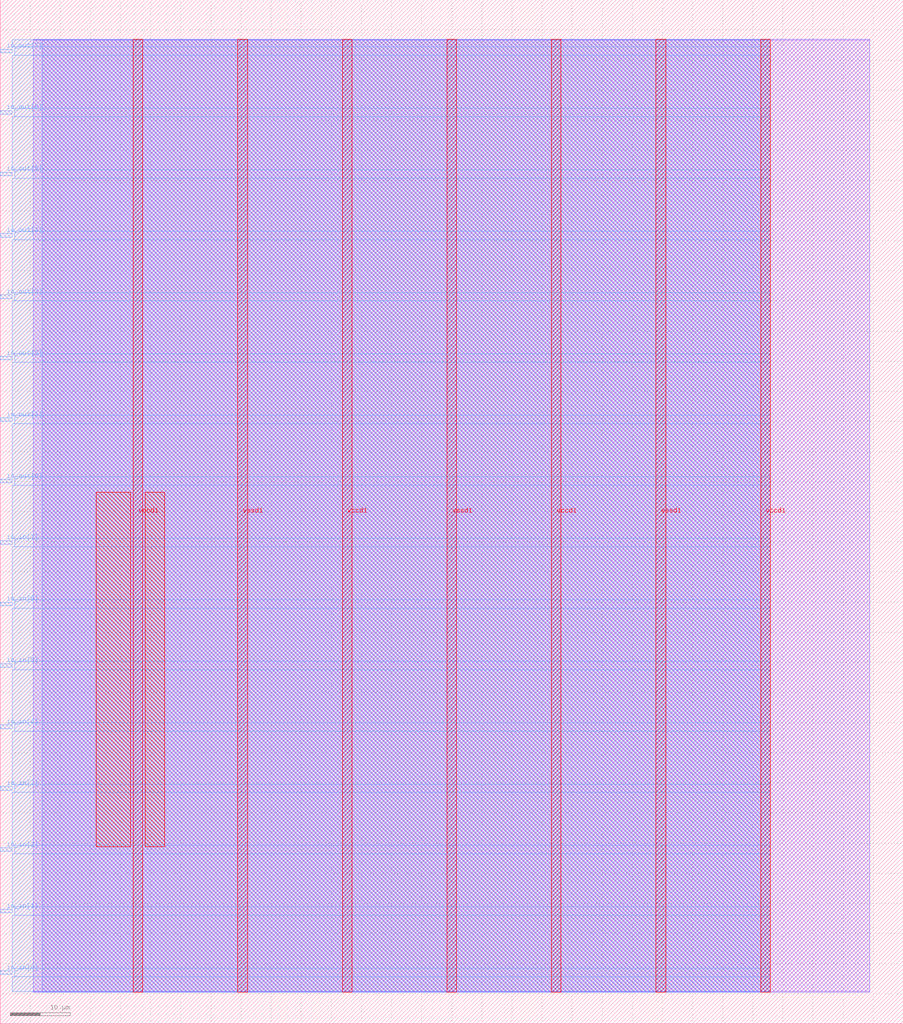
<source format=lef>
VERSION 5.7 ;
  NOWIREEXTENSIONATPIN ON ;
  DIVIDERCHAR "/" ;
  BUSBITCHARS "[]" ;
MACRO user_module_347592305412145748
  CLASS BLOCK ;
  FOREIGN user_module_347592305412145748 ;
  ORIGIN 0.000 0.000 ;
  SIZE 150.000 BY 170.000 ;
  PIN io_in[0]
    DIRECTION INPUT ;
    USE SIGNAL ;
    PORT
      LAYER met3 ;
        RECT 0.000 8.200 2.000 8.800 ;
    END
  END io_in[0]
  PIN io_in[1]
    DIRECTION INPUT ;
    USE SIGNAL ;
    PORT
      LAYER met3 ;
        RECT 0.000 18.400 2.000 19.000 ;
    END
  END io_in[1]
  PIN io_in[2]
    DIRECTION INPUT ;
    USE SIGNAL ;
    PORT
      LAYER met3 ;
        RECT 0.000 28.600 2.000 29.200 ;
    END
  END io_in[2]
  PIN io_in[3]
    DIRECTION INPUT ;
    USE SIGNAL ;
    PORT
      LAYER met3 ;
        RECT 0.000 38.800 2.000 39.400 ;
    END
  END io_in[3]
  PIN io_in[4]
    DIRECTION INPUT ;
    USE SIGNAL ;
    PORT
      LAYER met3 ;
        RECT 0.000 49.000 2.000 49.600 ;
    END
  END io_in[4]
  PIN io_in[5]
    DIRECTION INPUT ;
    USE SIGNAL ;
    PORT
      LAYER met3 ;
        RECT 0.000 59.200 2.000 59.800 ;
    END
  END io_in[5]
  PIN io_in[6]
    DIRECTION INPUT ;
    USE SIGNAL ;
    PORT
      LAYER met3 ;
        RECT 0.000 69.400 2.000 70.000 ;
    END
  END io_in[6]
  PIN io_in[7]
    DIRECTION INPUT ;
    USE SIGNAL ;
    PORT
      LAYER met3 ;
        RECT 0.000 79.600 2.000 80.200 ;
    END
  END io_in[7]
  PIN io_out[0]
    DIRECTION OUTPUT TRISTATE ;
    USE SIGNAL ;
    PORT
      LAYER met3 ;
        RECT 0.000 89.800 2.000 90.400 ;
    END
  END io_out[0]
  PIN io_out[1]
    DIRECTION OUTPUT TRISTATE ;
    USE SIGNAL ;
    PORT
      LAYER met3 ;
        RECT 0.000 100.000 2.000 100.600 ;
    END
  END io_out[1]
  PIN io_out[2]
    DIRECTION OUTPUT TRISTATE ;
    USE SIGNAL ;
    PORT
      LAYER met3 ;
        RECT 0.000 110.200 2.000 110.800 ;
    END
  END io_out[2]
  PIN io_out[3]
    DIRECTION OUTPUT TRISTATE ;
    USE SIGNAL ;
    PORT
      LAYER met3 ;
        RECT 0.000 120.400 2.000 121.000 ;
    END
  END io_out[3]
  PIN io_out[4]
    DIRECTION OUTPUT TRISTATE ;
    USE SIGNAL ;
    PORT
      LAYER met3 ;
        RECT 0.000 130.600 2.000 131.200 ;
    END
  END io_out[4]
  PIN io_out[5]
    DIRECTION OUTPUT TRISTATE ;
    USE SIGNAL ;
    PORT
      LAYER met3 ;
        RECT 0.000 140.800 2.000 141.400 ;
    END
  END io_out[5]
  PIN io_out[6]
    DIRECTION OUTPUT TRISTATE ;
    USE SIGNAL ;
    PORT
      LAYER met3 ;
        RECT 0.000 151.000 2.000 151.600 ;
    END
  END io_out[6]
  PIN io_out[7]
    DIRECTION OUTPUT TRISTATE ;
    USE SIGNAL ;
    PORT
      LAYER met3 ;
        RECT 0.000 161.200 2.000 161.800 ;
    END
  END io_out[7]
  PIN vccd1
    DIRECTION INOUT ;
    USE POWER ;
    PORT
      LAYER met4 ;
        RECT 22.090 5.200 23.690 163.440 ;
    END
    PORT
      LAYER met4 ;
        RECT 56.830 5.200 58.430 163.440 ;
    END
    PORT
      LAYER met4 ;
        RECT 91.570 5.200 93.170 163.440 ;
    END
    PORT
      LAYER met4 ;
        RECT 126.310 5.200 127.910 163.440 ;
    END
  END vccd1
  PIN vssd1
    DIRECTION INOUT ;
    USE GROUND ;
    PORT
      LAYER met4 ;
        RECT 39.460 5.200 41.060 163.440 ;
    END
    PORT
      LAYER met4 ;
        RECT 74.200 5.200 75.800 163.440 ;
    END
    PORT
      LAYER met4 ;
        RECT 108.940 5.200 110.540 163.440 ;
    END
  END vssd1
  OBS
      LAYER li1 ;
        RECT 5.520 5.355 144.440 163.285 ;
      LAYER met1 ;
        RECT 5.520 5.200 144.440 163.440 ;
      LAYER met2 ;
        RECT 6.990 5.255 127.880 163.385 ;
      LAYER met3 ;
        RECT 2.000 162.200 127.900 163.365 ;
        RECT 2.400 160.800 127.900 162.200 ;
        RECT 2.000 152.000 127.900 160.800 ;
        RECT 2.400 150.600 127.900 152.000 ;
        RECT 2.000 141.800 127.900 150.600 ;
        RECT 2.400 140.400 127.900 141.800 ;
        RECT 2.000 131.600 127.900 140.400 ;
        RECT 2.400 130.200 127.900 131.600 ;
        RECT 2.000 121.400 127.900 130.200 ;
        RECT 2.400 120.000 127.900 121.400 ;
        RECT 2.000 111.200 127.900 120.000 ;
        RECT 2.400 109.800 127.900 111.200 ;
        RECT 2.000 101.000 127.900 109.800 ;
        RECT 2.400 99.600 127.900 101.000 ;
        RECT 2.000 90.800 127.900 99.600 ;
        RECT 2.400 89.400 127.900 90.800 ;
        RECT 2.000 80.600 127.900 89.400 ;
        RECT 2.400 79.200 127.900 80.600 ;
        RECT 2.000 70.400 127.900 79.200 ;
        RECT 2.400 69.000 127.900 70.400 ;
        RECT 2.000 60.200 127.900 69.000 ;
        RECT 2.400 58.800 127.900 60.200 ;
        RECT 2.000 50.000 127.900 58.800 ;
        RECT 2.400 48.600 127.900 50.000 ;
        RECT 2.000 39.800 127.900 48.600 ;
        RECT 2.400 38.400 127.900 39.800 ;
        RECT 2.000 29.600 127.900 38.400 ;
        RECT 2.400 28.200 127.900 29.600 ;
        RECT 2.000 19.400 127.900 28.200 ;
        RECT 2.400 18.000 127.900 19.400 ;
        RECT 2.000 9.200 127.900 18.000 ;
        RECT 2.400 7.800 127.900 9.200 ;
        RECT 2.000 5.275 127.900 7.800 ;
      LAYER met4 ;
        RECT 15.935 29.415 21.690 88.225 ;
        RECT 24.090 29.415 27.305 88.225 ;
  END
END user_module_347592305412145748
END LIBRARY


</source>
